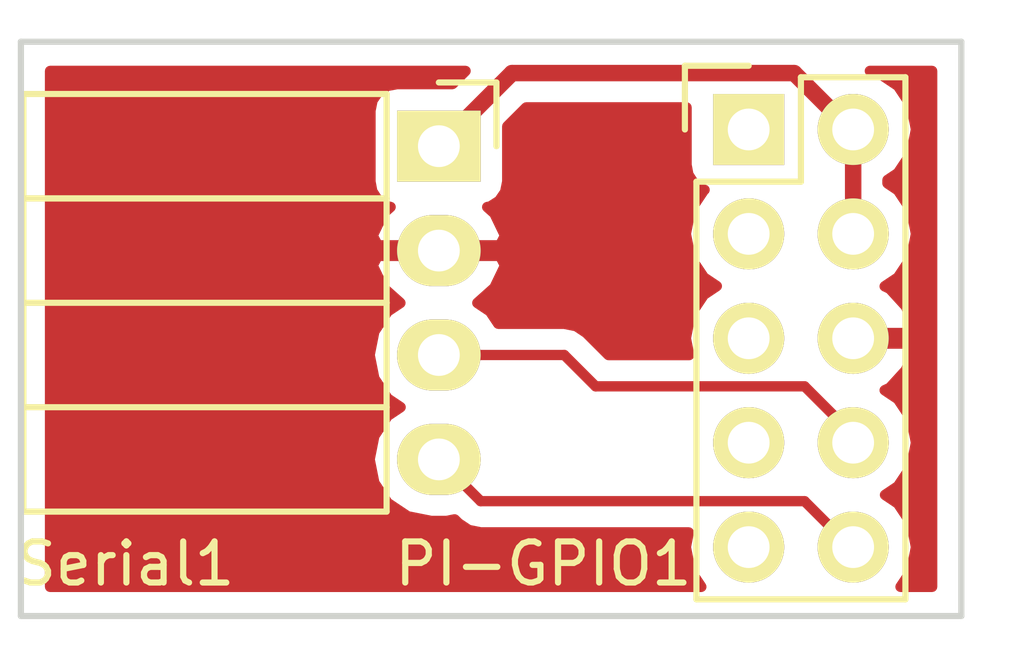
<source format=kicad_pcb>
(kicad_pcb (version 4) (host pcbnew 4.0.2+dfsg1-stable)

  (general
    (links 5)
    (no_connects 1)
    (area 0 0 0 0)
    (thickness 1.6)
    (drawings 4)
    (tracks 14)
    (zones 0)
    (modules 2)
    (nets 10)
  )

  (page A4)
  (title_block
    (date 2017-09-21)
  )

  (layers
    (0 F.Cu signal)
    (31 B.Cu signal)
    (32 B.Adhes user)
    (33 F.Adhes user)
    (34 B.Paste user)
    (35 F.Paste user)
    (36 B.SilkS user)
    (37 F.SilkS user)
    (38 B.Mask user)
    (39 F.Mask user)
    (40 Dwgs.User user)
    (41 Cmts.User user)
    (42 Eco1.User user)
    (43 Eco2.User user)
    (44 Edge.Cuts user)
    (45 Margin user)
    (46 B.CrtYd user)
    (47 F.CrtYd user)
    (48 B.Fab user)
    (49 F.Fab user)
  )

  (setup
    (last_trace_width 0.25)
    (trace_clearance 0.1)
    (zone_clearance 0.508)
    (zone_45_only no)
    (trace_min 0.15)
    (segment_width 0.2)
    (edge_width 0.15)
    (via_size 0.6)
    (via_drill 0.4)
    (via_min_size 0.4)
    (via_min_drill 0.3)
    (uvia_size 0.3)
    (uvia_drill 0.1)
    (uvias_allowed no)
    (uvia_min_size 0.2)
    (uvia_min_drill 0.1)
    (pcb_text_width 0.3)
    (pcb_text_size 1.5 1.5)
    (mod_edge_width 0.15)
    (mod_text_size 1 1)
    (mod_text_width 0.15)
    (pad_size 1.524 1.524)
    (pad_drill 0.762)
    (pad_to_mask_clearance 0.2)
    (aux_axis_origin 129.54 118.11)
    (grid_origin 129.54 118.11)
    (visible_elements FFFFFF7F)
    (pcbplotparams
      (layerselection 0x00030_80000001)
      (usegerberextensions false)
      (excludeedgelayer true)
      (linewidth 0.100000)
      (plotframeref false)
      (viasonmask false)
      (mode 1)
      (useauxorigin false)
      (hpglpennumber 1)
      (hpglpenspeed 20)
      (hpglpendiameter 15)
      (hpglpenoverlay 2)
      (psnegative false)
      (psa4output false)
      (plotreference true)
      (plotvalue true)
      (plotinvisibletext false)
      (padsonsilk false)
      (subtractmaskfromsilk false)
      (outputformat 1)
      (mirror false)
      (drillshape 1)
      (scaleselection 1)
      (outputdirectory ""))
  )

  (net 0 "")
  (net 1 "Net-(PI-GPIO1-Pad1)")
  (net 2 "Net-(PI-GPIO1-Pad3)")
  (net 3 "Net-(PI-GPIO1-Pad5)")
  (net 4 "Net-(PI-GPIO1-Pad6)")
  (net 5 "Net-(PI-GPIO1-Pad7)")
  (net 6 "Net-(PI-GPIO1-Pad8)")
  (net 7 "Net-(PI-GPIO1-Pad9)")
  (net 8 "Net-(PI-GPIO1-Pad10)")
  (net 9 +5V)

  (net_class Default "This is the default net class."
    (clearance 0.1)
    (trace_width 0.25)
    (via_dia 0.6)
    (via_drill 0.4)
    (uvia_dia 0.3)
    (uvia_drill 0.1)
    (add_net "Net-(PI-GPIO1-Pad1)")
    (add_net "Net-(PI-GPIO1-Pad10)")
    (add_net "Net-(PI-GPIO1-Pad3)")
    (add_net "Net-(PI-GPIO1-Pad5)")
    (add_net "Net-(PI-GPIO1-Pad6)")
    (add_net "Net-(PI-GPIO1-Pad7)")
    (add_net "Net-(PI-GPIO1-Pad8)")
    (add_net "Net-(PI-GPIO1-Pad9)")
  )

  (net_class PWR ""
    (clearance 0.15)
    (trace_width 0.4)
    (via_dia 0.6)
    (via_drill 0.4)
    (uvia_dia 0.3)
    (uvia_drill 0.1)
    (add_net +5V)
  )

  (module Pin_Headers:Pin_Header_Straight_2x05 (layer F.Cu) (tedit 59C3F72F) (tstamp 59C4A79A)
    (at 148.5011 105.0036)
    (descr "Through hole pin header")
    (tags "pin header")
    (path /59BCEAE4)
    (fp_text reference PI-GPIO1 (at -4.9911 10.5664) (layer F.SilkS)
      (effects (font (size 1 1) (thickness 0.15)))
    )
    (fp_text value CONN_02X05 (at -2.4511 4.2164 90) (layer F.Fab)
      (effects (font (size 1 1) (thickness 0.15)))
    )
    (fp_line (start -1.75 -1.75) (end -1.75 11.95) (layer F.CrtYd) (width 0.05))
    (fp_line (start 4.3 -1.75) (end 4.3 11.95) (layer F.CrtYd) (width 0.05))
    (fp_line (start -1.75 -1.75) (end 4.3 -1.75) (layer F.CrtYd) (width 0.05))
    (fp_line (start -1.75 11.95) (end 4.3 11.95) (layer F.CrtYd) (width 0.05))
    (fp_line (start 3.81 -1.27) (end 3.81 11.43) (layer F.SilkS) (width 0.15))
    (fp_line (start 3.81 11.43) (end -1.27 11.43) (layer F.SilkS) (width 0.15))
    (fp_line (start -1.27 11.43) (end -1.27 1.27) (layer F.SilkS) (width 0.15))
    (fp_line (start 3.81 -1.27) (end 1.27 -1.27) (layer F.SilkS) (width 0.15))
    (fp_line (start 0 -1.55) (end -1.55 -1.55) (layer F.SilkS) (width 0.15))
    (fp_line (start 1.27 -1.27) (end 1.27 1.27) (layer F.SilkS) (width 0.15))
    (fp_line (start 1.27 1.27) (end -1.27 1.27) (layer F.SilkS) (width 0.15))
    (fp_line (start -1.55 -1.55) (end -1.55 0) (layer F.SilkS) (width 0.15))
    (pad 1 thru_hole rect (at 0 0) (size 1.7272 1.7272) (drill 1.016) (layers *.Cu *.Mask F.SilkS)
      (net 1 "Net-(PI-GPIO1-Pad1)"))
    (pad 2 thru_hole oval (at 2.54 0) (size 1.7272 1.7272) (drill 1.016) (layers *.Cu *.Mask F.SilkS)
      (net 9 +5V))
    (pad 3 thru_hole oval (at 0 2.54) (size 1.7272 1.7272) (drill 1.016) (layers *.Cu *.Mask F.SilkS)
      (net 2 "Net-(PI-GPIO1-Pad3)"))
    (pad 4 thru_hole oval (at 2.54 2.54) (size 1.7272 1.7272) (drill 1.016) (layers *.Cu *.Mask F.SilkS)
      (net 9 +5V))
    (pad 5 thru_hole oval (at 0 5.08) (size 1.7272 1.7272) (drill 1.016) (layers *.Cu *.Mask F.SilkS)
      (net 3 "Net-(PI-GPIO1-Pad5)"))
    (pad 6 thru_hole oval (at 2.54 5.08) (size 1.7272 1.7272) (drill 1.016) (layers *.Cu *.Mask F.SilkS)
      (net 4 "Net-(PI-GPIO1-Pad6)"))
    (pad 7 thru_hole oval (at 0 7.62) (size 1.7272 1.7272) (drill 1.016) (layers *.Cu *.Mask F.SilkS)
      (net 5 "Net-(PI-GPIO1-Pad7)"))
    (pad 8 thru_hole oval (at 2.54 7.62) (size 1.7272 1.7272) (drill 1.016) (layers *.Cu *.Mask F.SilkS)
      (net 6 "Net-(PI-GPIO1-Pad8)"))
    (pad 9 thru_hole oval (at 0 10.16) (size 1.7272 1.7272) (drill 1.016) (layers *.Cu *.Mask F.SilkS)
      (net 7 "Net-(PI-GPIO1-Pad9)"))
    (pad 10 thru_hole oval (at 2.54 10.16) (size 1.7272 1.7272) (drill 1.016) (layers *.Cu *.Mask F.SilkS)
      (net 8 "Net-(PI-GPIO1-Pad10)"))
    (model Pin_Headers.3dshapes/Pin_Header_Straight_2x05.wrl
      (at (xyz 0.05 -0.2 0))
      (scale (xyz 1 1 1))
      (rotate (xyz 0 0 90))
    )
  )

  (module Socket_Strips:Socket_Strip_Angled_1x04 (layer F.Cu) (tedit 59C3F728) (tstamp 59C4A7A2)
    (at 140.97 105.41 270)
    (descr "Through hole socket strip")
    (tags "socket strip")
    (path /59BCE9F7)
    (fp_text reference Serial1 (at 10.16 7.62 360) (layer F.SilkS)
      (effects (font (size 1 1) (thickness 0.15)))
    )
    (fp_text value CONN_01X04 (at 3.81 -2.54 270) (layer F.Fab)
      (effects (font (size 1 1) (thickness 0.15)))
    )
    (fp_line (start -1.75 -1.5) (end -1.75 10.6) (layer F.CrtYd) (width 0.05))
    (fp_line (start 9.4 -1.5) (end 9.4 10.6) (layer F.CrtYd) (width 0.05))
    (fp_line (start -1.75 -1.5) (end 9.4 -1.5) (layer F.CrtYd) (width 0.05))
    (fp_line (start -1.75 10.6) (end 9.4 10.6) (layer F.CrtYd) (width 0.05))
    (fp_line (start 8.89 10.1) (end 8.89 1.27) (layer F.SilkS) (width 0.15))
    (fp_line (start 6.35 10.1) (end 8.89 10.1) (layer F.SilkS) (width 0.15))
    (fp_line (start 6.35 1.27) (end 8.89 1.27) (layer F.SilkS) (width 0.15))
    (fp_line (start 3.81 1.27) (end 6.35 1.27) (layer F.SilkS) (width 0.15))
    (fp_line (start 3.81 10.1) (end 6.35 10.1) (layer F.SilkS) (width 0.15))
    (fp_line (start 6.35 10.1) (end 6.35 1.27) (layer F.SilkS) (width 0.15))
    (fp_line (start 3.81 10.1) (end 3.81 1.27) (layer F.SilkS) (width 0.15))
    (fp_line (start 1.27 10.1) (end 3.81 10.1) (layer F.SilkS) (width 0.15))
    (fp_line (start 1.27 1.27) (end 1.27 10.1) (layer F.SilkS) (width 0.15))
    (fp_line (start 1.27 1.27) (end 3.81 1.27) (layer F.SilkS) (width 0.15))
    (fp_line (start -1.27 1.27) (end 1.27 1.27) (layer F.SilkS) (width 0.15))
    (fp_line (start 0 -1.4) (end -1.55 -1.4) (layer F.SilkS) (width 0.15))
    (fp_line (start -1.55 -1.4) (end -1.55 0) (layer F.SilkS) (width 0.15))
    (fp_line (start -1.27 1.27) (end -1.27 10.1) (layer F.SilkS) (width 0.15))
    (fp_line (start -1.27 10.1) (end 1.27 10.1) (layer F.SilkS) (width 0.15))
    (fp_line (start 1.27 10.1) (end 1.27 1.27) (layer F.SilkS) (width 0.15))
    (pad 1 thru_hole rect (at 0 0 270) (size 1.7272 2.032) (drill 1.016) (layers *.Cu *.Mask F.SilkS)
      (net 9 +5V))
    (pad 2 thru_hole oval (at 2.54 0 270) (size 1.7272 2.032) (drill 1.016) (layers *.Cu *.Mask F.SilkS)
      (net 4 "Net-(PI-GPIO1-Pad6)"))
    (pad 3 thru_hole oval (at 5.08 0 270) (size 1.7272 2.032) (drill 1.016) (layers *.Cu *.Mask F.SilkS)
      (net 6 "Net-(PI-GPIO1-Pad8)"))
    (pad 4 thru_hole oval (at 7.62 0 270) (size 1.7272 2.032) (drill 1.016) (layers *.Cu *.Mask F.SilkS)
      (net 8 "Net-(PI-GPIO1-Pad10)"))
    (model Socket_Strips.3dshapes/Socket_Strip_Angled_1x04.wrl
      (at (xyz 0.15 0 0))
      (scale (xyz 1 1 1))
      (rotate (xyz 0 0 180))
    )
  )

  (gr_line (start 130.81 102.87) (end 130.81 116.84) (angle 90) (layer Edge.Cuts) (width 0.15))
  (gr_line (start 153.67 102.87) (end 130.81 102.87) (angle 90) (layer Edge.Cuts) (width 0.15))
  (gr_line (start 153.67 116.84) (end 153.67 102.87) (angle 90) (layer Edge.Cuts) (width 0.15))
  (gr_line (start 153.67 116.84) (end 130.81 116.84) (angle 90) (layer Edge.Cuts) (width 0.15))

  (segment (start 151.0411 112.6236) (end 151.0411 112.4331) (width 0.25) (layer F.Cu) (net 6))
  (segment (start 151.0411 112.4331) (end 149.86 111.252) (width 0.25) (layer F.Cu) (net 6) (tstamp 59C4A88C))
  (segment (start 149.86 111.252) (end 144.78 111.252) (width 0.25) (layer F.Cu) (net 6) (tstamp 59C4A88D))
  (segment (start 144.78 111.252) (end 144.018 110.49) (width 0.25) (layer F.Cu) (net 6) (tstamp 59C4A88F))
  (segment (start 144.018 110.49) (end 140.97 110.49) (width 0.25) (layer F.Cu) (net 6) (tstamp 59C4A890))
  (segment (start 151.0411 115.1636) (end 150.9776 115.1636) (width 0.25) (layer F.Cu) (net 8))
  (segment (start 150.9776 115.1636) (end 149.86 114.046) (width 0.25) (layer F.Cu) (net 8) (tstamp 59C4A89C))
  (segment (start 141.986 114.046) (end 140.97 113.03) (width 0.25) (layer F.Cu) (net 8) (tstamp 59C4A89F))
  (segment (start 149.86 114.046) (end 141.986 114.046) (width 0.25) (layer F.Cu) (net 8) (tstamp 59C4A89D))
  (segment (start 151.0411 105.0036) (end 150.9776 105.0036) (width 0.4) (layer F.Cu) (net 9))
  (segment (start 150.9776 105.0036) (end 149.606 103.632) (width 0.4) (layer F.Cu) (net 9) (tstamp 59C4A8A9))
  (segment (start 142.748 103.632) (end 140.97 105.41) (width 0.4) (layer F.Cu) (net 9) (tstamp 59C4A8AB))
  (segment (start 149.606 103.632) (end 142.748 103.632) (width 0.4) (layer F.Cu) (net 9) (tstamp 59C4A8AA))
  (segment (start 151.0411 107.5436) (end 151.0411 105.0036) (width 0.4) (layer F.Cu) (net 9))

  (zone (net 4) (net_name "Net-(PI-GPIO1-Pad6)") (layer F.Cu) (tstamp 59C4A8A7) (hatch edge 0.508)
    (connect_pads (clearance 0.508))
    (min_thickness 0.254)
    (fill yes (arc_segments 16) (thermal_gap 0.508) (thermal_bridge_width 0.508))
    (polygon
      (pts
        (xy 130.302 102.108) (xy 130.302 118.11) (xy 154.94 117.856) (xy 155.194 101.854) (xy 130.302 102.108)
      )
    )
    (filled_polygon
      (pts
        (xy 152.96 116.13) (xy 152.19245 116.13) (xy 152.454985 115.737089) (xy 152.569059 115.1636) (xy 152.454985 114.590111)
        (xy 152.130129 114.10393) (xy 151.815348 113.8936) (xy 152.130129 113.68327) (xy 152.454985 113.197089) (xy 152.569059 112.6236)
        (xy 152.454985 112.050111) (xy 152.130129 111.56393) (xy 151.806872 111.347936) (xy 151.92959 111.290421) (xy 152.323788 110.858547)
        (xy 152.496058 110.442626) (xy 152.374917 110.2106) (xy 151.1681 110.2106) (xy 151.1681 110.2306) (xy 150.9141 110.2306)
        (xy 150.9141 110.2106) (xy 150.8941 110.2106) (xy 150.8941 109.9566) (xy 150.9141 109.9566) (xy 150.9141 109.9366)
        (xy 151.1681 109.9366) (xy 151.1681 109.9566) (xy 152.374917 109.9566) (xy 152.496058 109.724574) (xy 152.323788 109.308653)
        (xy 151.92959 108.876779) (xy 151.806872 108.819264) (xy 152.130129 108.60327) (xy 152.454985 108.117089) (xy 152.569059 107.5436)
        (xy 152.454985 106.970111) (xy 152.130129 106.48393) (xy 151.8761 106.314193) (xy 151.8761 106.233007) (xy 152.130129 106.06327)
        (xy 152.454985 105.577089) (xy 152.569059 105.0036) (xy 152.454985 104.430111) (xy 152.130129 103.94393) (xy 151.643948 103.619074)
        (xy 151.44751 103.58) (xy 152.96 103.58)
      )
    )
    (filled_polygon
      (pts
        (xy 141.300172 103.89896) (xy 139.954 103.89896) (xy 139.718683 103.943238) (xy 139.502559 104.08231) (xy 139.357569 104.29451)
        (xy 139.30656 104.5464) (xy 139.30656 106.2736) (xy 139.350838 106.508917) (xy 139.48991 106.725041) (xy 139.70211 106.870031)
        (xy 139.796927 106.889232) (xy 139.619268 107.047964) (xy 139.365291 107.575209) (xy 139.362642 107.590974) (xy 139.483783 107.823)
        (xy 140.843 107.823) (xy 140.843 107.803) (xy 141.097 107.803) (xy 141.097 107.823) (xy 142.456217 107.823)
        (xy 142.577358 107.590974) (xy 142.574709 107.575209) (xy 142.320732 107.047964) (xy 142.145155 106.891093) (xy 142.221317 106.876762)
        (xy 142.437441 106.73769) (xy 142.582431 106.52549) (xy 142.63344 106.2736) (xy 142.63344 104.927428) (xy 143.093868 104.467)
        (xy 146.99006 104.467) (xy 146.99006 105.8672) (xy 147.034338 106.102517) (xy 147.17341 106.318641) (xy 147.38561 106.463631)
        (xy 147.429231 106.472464) (xy 147.412071 106.48393) (xy 147.087215 106.970111) (xy 146.973141 107.5436) (xy 147.087215 108.117089)
        (xy 147.412071 108.60327) (xy 147.726852 108.8136) (xy 147.412071 109.02393) (xy 147.087215 109.510111) (xy 146.973141 110.0836)
        (xy 147.054377 110.492) (xy 145.094802 110.492) (xy 144.555401 109.952599) (xy 144.308839 109.787852) (xy 144.018 109.73)
        (xy 142.414648 109.73) (xy 142.214415 109.43033) (xy 141.904931 109.223539) (xy 142.320732 108.852036) (xy 142.574709 108.324791)
        (xy 142.577358 108.309026) (xy 142.456217 108.077) (xy 141.097 108.077) (xy 141.097 108.097) (xy 140.843 108.097)
        (xy 140.843 108.077) (xy 139.483783 108.077) (xy 139.362642 108.309026) (xy 139.365291 108.324791) (xy 139.619268 108.852036)
        (xy 140.035069 109.223539) (xy 139.725585 109.43033) (xy 139.400729 109.916511) (xy 139.286655 110.49) (xy 139.400729 111.063489)
        (xy 139.725585 111.54967) (xy 140.040366 111.76) (xy 139.725585 111.97033) (xy 139.400729 112.456511) (xy 139.286655 113.03)
        (xy 139.400729 113.603489) (xy 139.725585 114.08967) (xy 140.211766 114.414526) (xy 140.785255 114.5286) (xy 141.154745 114.5286)
        (xy 141.354137 114.488939) (xy 141.448599 114.583401) (xy 141.695161 114.748148) (xy 141.986 114.806) (xy 147.044272 114.806)
        (xy 146.973141 115.1636) (xy 147.087215 115.737089) (xy 147.34975 116.13) (xy 131.52 116.13) (xy 131.52 103.58)
        (xy 141.619132 103.58)
      )
    )
  )
)

</source>
